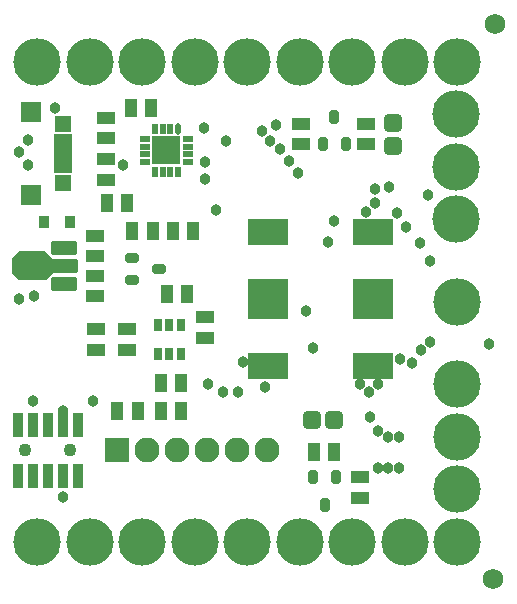
<source format=gts>
G04 Layer_Color=8388736*
%FSLAX43Y43*%
%MOMM*%
G71*
G01*
G75*
G04:AMPARAMS|DCode=55|XSize=3.203mm|YSize=2.453mm|CornerRadius=0mm|HoleSize=0mm|Usage=FLASHONLY|Rotation=180.000|XOffset=0mm|YOffset=0mm|HoleType=Round|Shape=Octagon|*
%AMOCTAGOND55*
4,1,8,-1.602,0.613,-1.602,-0.613,-0.988,-1.227,0.988,-1.227,1.602,-0.613,1.602,0.613,0.988,1.227,-0.988,1.227,-1.602,0.613,0.0*
%
%ADD55OCTAGOND55*%

G04:AMPARAMS|DCode=56|XSize=2.203mm|YSize=1.103mm|CornerRadius=0.106mm|HoleSize=0mm|Usage=FLASHONLY|Rotation=180.000|XOffset=0mm|YOffset=0mm|HoleType=Round|Shape=RoundedRectangle|*
%AMROUNDEDRECTD56*
21,1,2.203,0.891,0,0,180.0*
21,1,1.991,1.103,0,0,180.0*
1,1,0.212,-0.996,0.446*
1,1,0.212,0.996,0.446*
1,1,0.212,0.996,-0.446*
1,1,0.212,-0.996,-0.446*
%
%ADD56ROUNDEDRECTD56*%
G04:AMPARAMS|DCode=57|XSize=2.303mm|YSize=1.203mm|CornerRadius=0.107mm|HoleSize=0mm|Usage=FLASHONLY|Rotation=180.000|XOffset=0mm|YOffset=0mm|HoleType=Round|Shape=RoundedRectangle|*
%AMROUNDEDRECTD57*
21,1,2.303,0.990,0,0,180.0*
21,1,2.090,1.203,0,0,180.0*
1,1,0.213,-1.045,0.495*
1,1,0.213,1.045,0.495*
1,1,0.213,1.045,-0.495*
1,1,0.213,-1.045,-0.495*
%
%ADD57ROUNDEDRECTD57*%
%ADD58R,1.603X1.053*%
%ADD59R,1.053X1.603*%
G04:AMPARAMS|DCode=60|XSize=0.803mm|YSize=1.203mm|CornerRadius=0.177mm|HoleSize=0mm|Usage=FLASHONLY|Rotation=0.000|XOffset=0mm|YOffset=0mm|HoleType=Round|Shape=RoundedRectangle|*
%AMROUNDEDRECTD60*
21,1,0.803,0.850,0,0,0.0*
21,1,0.450,1.203,0,0,0.0*
1,1,0.353,0.225,-0.425*
1,1,0.353,-0.225,-0.425*
1,1,0.353,-0.225,0.425*
1,1,0.353,0.225,0.425*
%
%ADD60ROUNDEDRECTD60*%
G04:AMPARAMS|DCode=61|XSize=1.473mm|YSize=1.473mm|CornerRadius=0.26mm|HoleSize=0mm|Usage=FLASHONLY|Rotation=90.000|XOffset=0mm|YOffset=0mm|HoleType=Round|Shape=RoundedRectangle|*
%AMROUNDEDRECTD61*
21,1,1.473,0.953,0,0,90.0*
21,1,0.953,1.473,0,0,90.0*
1,1,0.521,0.476,0.476*
1,1,0.521,0.476,-0.476*
1,1,0.521,-0.476,-0.476*
1,1,0.521,-0.476,0.476*
%
%ADD61ROUNDEDRECTD61*%
G04:AMPARAMS|DCode=62|XSize=1.473mm|YSize=1.473mm|CornerRadius=0.26mm|HoleSize=0mm|Usage=FLASHONLY|Rotation=0.000|XOffset=0mm|YOffset=0mm|HoleType=Round|Shape=RoundedRectangle|*
%AMROUNDEDRECTD62*
21,1,1.473,0.953,0,0,0.0*
21,1,0.953,1.473,0,0,0.0*
1,1,0.521,0.476,-0.476*
1,1,0.521,-0.476,-0.476*
1,1,0.521,-0.476,0.476*
1,1,0.521,0.476,0.476*
%
%ADD62ROUNDEDRECTD62*%
G04:AMPARAMS|DCode=63|XSize=0.503mm|YSize=0.953mm|CornerRadius=0.177mm|HoleSize=0mm|Usage=FLASHONLY|Rotation=0.000|XOffset=0mm|YOffset=0mm|HoleType=Round|Shape=RoundedRectangle|*
%AMROUNDEDRECTD63*
21,1,0.503,0.600,0,0,0.0*
21,1,0.150,0.953,0,0,0.0*
1,1,0.353,0.075,-0.300*
1,1,0.353,-0.075,-0.300*
1,1,0.353,-0.075,0.300*
1,1,0.353,0.075,0.300*
%
%ADD63ROUNDEDRECTD63*%
%ADD64R,0.503X0.953*%
%ADD65R,0.953X0.503*%
%ADD66R,2.353X2.353*%
%ADD67R,1.553X0.653*%
%ADD68R,0.943X2.053*%
%ADD69R,3.403X2.203*%
%ADD70R,3.403X3.403*%
%ADD71R,0.803X1.103*%
G04:AMPARAMS|DCode=72|XSize=0.803mm|YSize=1.203mm|CornerRadius=0.177mm|HoleSize=0mm|Usage=FLASHONLY|Rotation=270.000|XOffset=0mm|YOffset=0mm|HoleType=Round|Shape=RoundedRectangle|*
%AMROUNDEDRECTD72*
21,1,0.803,0.850,0,0,270.0*
21,1,0.450,1.203,0,0,270.0*
1,1,0.353,-0.425,-0.225*
1,1,0.353,-0.425,0.225*
1,1,0.353,0.425,0.225*
1,1,0.353,0.425,-0.225*
%
%ADD72ROUNDEDRECTD72*%
%ADD73R,0.833X1.033*%
%ADD74C,1.727*%
%ADD75C,4.013*%
%ADD76C,2.108*%
%ADD77R,2.108X2.108*%
%ADD78R,1.453X1.453*%
%ADD79R,1.703X1.703*%
%ADD80C,1.103*%
%ADD81C,0.965*%
G36*
X3340Y29039D02*
X3353Y29036D01*
X3366Y29032D01*
X3378Y29026D01*
X3389Y29019D01*
X3399Y29010D01*
X4074Y28335D01*
X4083Y28325D01*
X4090Y28314D01*
X4096Y28302D01*
X4100Y28289D01*
X4103Y28276D01*
X4104Y28263D01*
Y27363D01*
X4103Y27350D01*
X4100Y27337D01*
X4096Y27324D01*
X4090Y27312D01*
X4083Y27301D01*
X4074Y27291D01*
X3399Y26616D01*
X3389Y26607D01*
X3378Y26600D01*
X3366Y26594D01*
X3353Y26590D01*
X3340Y26587D01*
X3327Y26586D01*
X1152D01*
X1139Y26587D01*
X1126Y26590D01*
X1113Y26594D01*
X1101Y26600D01*
X1090Y26607D01*
X1080Y26616D01*
X580Y27116D01*
X571Y27126D01*
X564Y27137D01*
X558Y27149D01*
X554Y27162D01*
X551Y27175D01*
X550Y27188D01*
Y28438D01*
X551Y28451D01*
X554Y28464D01*
X558Y28477D01*
X564Y28489D01*
X571Y28500D01*
X580Y28510D01*
X1080Y29010D01*
X1090Y29019D01*
X1101Y29026D01*
X1113Y29032D01*
X1126Y29036D01*
X1139Y29039D01*
X1152Y29040D01*
X3327D01*
X3340Y29039D01*
D02*
G37*
D55*
X2152Y27813D02*
D03*
D56*
X4952Y29313D02*
D03*
Y26313D02*
D03*
D57*
X4902Y27813D02*
D03*
D58*
X29972Y9906D02*
D03*
Y8156D02*
D03*
X30480Y38114D02*
D03*
Y39864D02*
D03*
X8509Y38608D02*
D03*
Y40358D02*
D03*
Y36830D02*
D03*
Y35080D02*
D03*
X7548Y25232D02*
D03*
Y26982D02*
D03*
Y30383D02*
D03*
Y28633D02*
D03*
X10287Y20715D02*
D03*
Y22465D02*
D03*
X7620Y20715D02*
D03*
Y22465D02*
D03*
X16891Y23481D02*
D03*
Y21731D02*
D03*
X25019Y39864D02*
D03*
Y38114D02*
D03*
D59*
X26049Y12065D02*
D03*
X27799D02*
D03*
X12305Y41148D02*
D03*
X10555D02*
D03*
X9398Y15494D02*
D03*
X11148D02*
D03*
X13095D02*
D03*
X14845D02*
D03*
X13095Y17907D02*
D03*
X14845D02*
D03*
X13617Y25400D02*
D03*
X15367D02*
D03*
X14111Y30734D02*
D03*
X15861D02*
D03*
X10682D02*
D03*
X12432D02*
D03*
X10273Y33147D02*
D03*
X8523D02*
D03*
D60*
X27813Y40393D02*
D03*
X28763Y38093D02*
D03*
X26863D02*
D03*
X26990Y7606D02*
D03*
X26040Y9906D02*
D03*
X27940D02*
D03*
D61*
X32766Y39878D02*
D03*
Y37973D02*
D03*
D62*
X27813Y14732D02*
D03*
X25908D02*
D03*
D63*
X14564Y39417D02*
D03*
D64*
X13914D02*
D03*
X13264D02*
D03*
X12614D02*
D03*
Y35767D02*
D03*
X13264D02*
D03*
X13914D02*
D03*
X14564D02*
D03*
D65*
X11764Y38567D02*
D03*
Y37917D02*
D03*
Y37267D02*
D03*
Y36617D02*
D03*
X15414D02*
D03*
Y37267D02*
D03*
Y37917D02*
D03*
Y38567D02*
D03*
D66*
X13589Y37592D02*
D03*
D67*
X4826Y37338D02*
D03*
Y37988D02*
D03*
Y38638D02*
D03*
Y36688D02*
D03*
Y36038D02*
D03*
D68*
X6096Y10063D02*
D03*
X4826D02*
D03*
X3556D02*
D03*
X2286D02*
D03*
X1016D02*
D03*
X6096Y14313D02*
D03*
X4826D02*
D03*
X3556D02*
D03*
X2286D02*
D03*
X1016D02*
D03*
D69*
X31115Y19319D02*
D03*
Y30719D02*
D03*
X22225D02*
D03*
Y19319D02*
D03*
D70*
X31115Y25019D02*
D03*
X22225D02*
D03*
D71*
X12893Y22790D02*
D03*
X13843D02*
D03*
X14793D02*
D03*
Y20390D02*
D03*
X13843D02*
D03*
X12893D02*
D03*
D72*
X12961Y27559D02*
D03*
X10661Y26609D02*
D03*
Y28509D02*
D03*
D73*
X3203Y31496D02*
D03*
X5433D02*
D03*
D74*
X41275Y1270D02*
D03*
X41402Y48260D02*
D03*
D75*
X38227Y24765D02*
D03*
X38100Y31750D02*
D03*
Y36195D02*
D03*
Y40640D02*
D03*
X38227Y45085D02*
D03*
X33782D02*
D03*
X29337D02*
D03*
X24892D02*
D03*
X20447D02*
D03*
X16002D02*
D03*
X11557D02*
D03*
X7112D02*
D03*
X2667D02*
D03*
X38227Y17780D02*
D03*
Y13335D02*
D03*
Y8890D02*
D03*
Y4445D02*
D03*
X29337D02*
D03*
X24892D02*
D03*
X20447D02*
D03*
X33782D02*
D03*
X16002D02*
D03*
X11557D02*
D03*
X7112D02*
D03*
X2667Y4435D02*
D03*
D76*
X19558Y12192D02*
D03*
X17018D02*
D03*
X11938D02*
D03*
X14478D02*
D03*
X22098D02*
D03*
D77*
X9398D02*
D03*
D78*
X4826Y34838D02*
D03*
Y39838D02*
D03*
D79*
X2126Y40838D02*
D03*
Y33838D02*
D03*
D80*
X1651Y12192D02*
D03*
X5461D02*
D03*
D81*
X35179Y20701D02*
D03*
X35941Y21336D02*
D03*
X17780Y32512D02*
D03*
X16891Y35179D02*
D03*
Y36576D02*
D03*
X19685Y17145D02*
D03*
X18415D02*
D03*
X17145Y17780D02*
D03*
X1905Y38481D02*
D03*
Y36322D02*
D03*
X4826Y15494D02*
D03*
Y8255D02*
D03*
X2286Y16383D02*
D03*
X7366D02*
D03*
X40894Y21209D02*
D03*
X30734Y17145D02*
D03*
X33274Y10668D02*
D03*
X32385D02*
D03*
Y13335D02*
D03*
X33274D02*
D03*
X31496Y10668D02*
D03*
X27305Y29845D02*
D03*
X30861Y14986D02*
D03*
X35941Y28194D02*
D03*
X26035Y20828D02*
D03*
X2413Y25273D02*
D03*
X16764Y39497D02*
D03*
X1143Y25019D02*
D03*
X21971Y17526D02*
D03*
X25400Y24003D02*
D03*
X1143Y37465D02*
D03*
X4191Y41148D02*
D03*
X9906Y36322D02*
D03*
X27813Y31623D02*
D03*
X22225Y30719D02*
D03*
X12827Y37592D02*
D03*
X18669Y38354D02*
D03*
X23241Y37719D02*
D03*
X33401Y19939D02*
D03*
X34417Y19558D02*
D03*
X31496Y17780D02*
D03*
X29972D02*
D03*
X31496Y13843D02*
D03*
X21463Y19939D02*
D03*
X20066Y19685D02*
D03*
X21723Y39197D02*
D03*
X22860Y39751D02*
D03*
X22365Y38367D02*
D03*
X24701Y35687D02*
D03*
X24003Y36703D02*
D03*
X30480Y32385D02*
D03*
X35052Y29718D02*
D03*
X31242Y34290D02*
D03*
Y33147D02*
D03*
X32436Y34493D02*
D03*
X33147Y32258D02*
D03*
X33909Y31115D02*
D03*
X35718Y33817D02*
D03*
M02*

</source>
